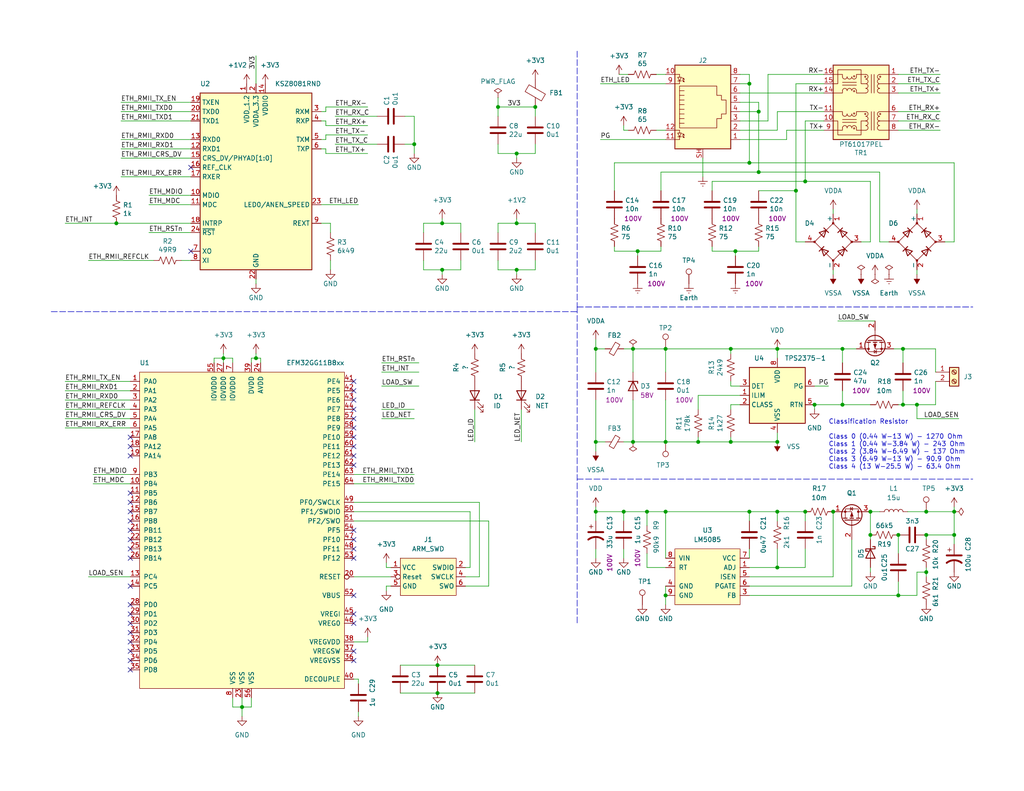
<source format=kicad_sch>
(kicad_sch (version 20211123) (generator eeschema)
  (paper "A")
  (title_block (title "Gated Passthrough"))
  (junction (at 119.38 189.23))
  (junction (at 219.71 49.53))
  (junction (at 199.39 95.25))
  (junction (at 229.87 110.49))
  (junction (at 199.39 120.65))
  (junction (at 66.04 193.04))
  (junction (at 120.65 60.96))
  (junction (at 162.56 95.25))
  (junction (at 246.38 95.25))
  (junction (at 227.33 139.7))
  (junction (at 260.35 146.05))
  (junction (at 204.47 22.86))
  (junction (at 170.18 139.7))
  (junction (at 245.11 146.05))
  (junction (at 135.89 29.21))
  (junction (at 229.87 95.25))
  (junction (at 69.85 97.79))
  (junction (at 207.01 30.48))
  (junction (at 207.01 46.99))
  (junction (at 260.35 139.7))
  (junction (at 217.17 52.07))
  (junction (at 212.09 95.25))
  (junction (at 212.09 154.94))
  (junction (at 212.09 120.65))
  (junction (at 245.11 162.56))
  (junction (at 173.99 68.58))
  (junction (at 140.97 60.96))
  (junction (at 113.03 39.37))
  (junction (at 120.65 73.66))
  (junction (at 200.66 68.58))
  (junction (at 250.19 110.49))
  (junction (at 181.61 162.56))
  (junction (at 252.73 156.21))
  (junction (at 140.97 73.66))
  (junction (at 181.61 139.7))
  (junction (at 204.47 139.7))
  (junction (at 31.75 60.96))
  (junction (at 246.38 110.49))
  (junction (at 172.72 120.65))
  (junction (at 237.49 139.7))
  (junction (at 172.72 95.25))
  (junction (at 119.38 181.61))
  (junction (at 162.56 139.7))
  (junction (at 146.05 29.21))
  (junction (at 212.09 139.7))
  (junction (at 181.61 120.65))
  (junction (at 204.47 44.45))
  (junction (at 162.56 120.65))
  (junction (at 181.61 95.25))
  (junction (at 60.96 97.79))
  (junction (at 237.49 146.05))
  (junction (at 219.71 139.7))
  (junction (at 140.97 41.91))
  (junction (at 176.53 139.7))
  (junction (at 252.73 146.05))
  (junction (at 190.5 120.65))
  (junction (at 252.73 139.7))
  (junction (at 222.25 110.49))
  (no_connect (at 96.52 170.18))
  (no_connect (at 96.52 162.56))
  (no_connect (at 35.56 147.32))
  (no_connect (at 35.56 134.62))
  (no_connect (at 35.56 121.92))
  (no_connect (at 35.56 160.02))
  (no_connect (at 96.52 124.46))
  (no_connect (at 96.52 167.64))
  (no_connect (at 96.52 152.4))
  (no_connect (at 96.52 144.78))
  (no_connect (at 96.52 116.84))
  (no_connect (at 96.52 119.38))
  (no_connect (at 96.52 104.14))
  (no_connect (at 96.52 106.68))
  (no_connect (at 35.56 144.78))
  (no_connect (at 35.56 152.4))
  (no_connect (at 35.56 137.16))
  (no_connect (at 35.56 119.38))
  (no_connect (at 96.52 121.92))
  (no_connect (at 96.52 180.34))
  (no_connect (at 35.56 142.24))
  (no_connect (at 35.56 149.86))
  (no_connect (at 96.52 127))
  (no_connect (at 35.56 124.46))
  (no_connect (at 35.56 139.7))
  (no_connect (at 35.56 165.1))
  (no_connect (at 35.56 167.64))
  (no_connect (at 35.56 175.26))
  (no_connect (at 35.56 177.8))
  (no_connect (at 35.56 180.34))
  (no_connect (at 35.56 182.88))
  (no_connect (at 35.56 170.18))
  (no_connect (at 35.56 172.72))
  (no_connect (at 96.52 109.22))
  (no_connect (at 96.52 111.76))
  (no_connect (at 96.52 114.3))
  (no_connect (at 96.52 147.32))
  (no_connect (at 96.52 149.86))
  (no_connect (at 52.07 68.58))
  (no_connect (at 96.52 177.8))
  (no_connect (at 52.07 45.72))
  (wire (pts (xy 260.35 146.05) (xy 252.73 146.05)))
  (polyline (pts (xy 157.48 83.82) (xy 157.48 170.18)))
  (polyline (pts (xy 157.48 83.82) (xy 265.43 83.82)))
  (wire (pts (xy 113.03 39.37) (xy 113.03 41.91)))
  (wire (pts (xy 106.68 160.02) (xy 105.41 160.02)))
  (wire (pts (xy 212.09 95.25) (xy 212.09 97.79)))
  (wire (pts (xy 229.87 95.25) (xy 233.68 95.25)))
  (wire (pts (xy 222.25 110.49) (xy 222.25 111.76)))
  (wire (pts (xy 181.61 120.65) (xy 190.5 120.65)))
  (wire (pts (xy 173.99 68.58) (xy 173.99 69.85)))
  (wire (pts (xy 88.9 41.91) (xy 100.33 41.91)))
  (wire (pts (xy 214.63 35.56) (xy 224.79 35.56)))
  (wire (pts (xy 140.97 41.91) (xy 140.97 43.18)))
  (wire (pts (xy 40.64 53.34) (xy 52.07 53.34)))
  (wire (pts (xy 87.63 40.64) (xy 88.9 40.64)))
  (wire (pts (xy 88.9 34.29) (xy 100.33 34.29)))
  (wire (pts (xy 170.18 34.29) (xy 170.18 35.56)))
  (wire (pts (xy 176.53 151.13) (xy 176.53 154.94)))
  (wire (pts (xy 237.49 49.53) (xy 237.49 66.04)))
  (wire (pts (xy 113.03 31.75) (xy 113.03 39.37)))
  (wire (pts (xy 219.71 49.53) (xy 237.49 49.53)))
  (wire (pts (xy 181.61 139.7) (xy 204.47 139.7)))
  (wire (pts (xy 58.42 97.79) (xy 60.96 97.79)))
  (wire (pts (xy 17.78 116.84) (xy 35.56 116.84)))
  (wire (pts (xy 176.53 139.7) (xy 176.53 143.51)))
  (wire (pts (xy 90.17 73.66) (xy 90.17 71.12)))
  (wire (pts (xy 200.66 69.85) (xy 200.66 68.58)))
  (wire (pts (xy 133.35 142.24) (xy 133.35 160.02)))
  (wire (pts (xy 238.76 87.63) (xy 228.6 87.63)))
  (wire (pts (xy 25.4 129.54) (xy 35.56 129.54)))
  (wire (pts (xy 33.02 27.94) (xy 52.07 27.94)))
  (wire (pts (xy 243.84 95.25) (xy 246.38 95.25)))
  (wire (pts (xy 252.73 139.7) (xy 260.35 139.7)))
  (wire (pts (xy 96.52 142.24) (xy 133.35 142.24)))
  (wire (pts (xy 229.87 99.06) (xy 229.87 95.25)))
  (wire (pts (xy 17.78 109.22) (xy 35.56 109.22)))
  (wire (pts (xy 229.87 110.49) (xy 237.49 110.49)))
  (wire (pts (xy 24.13 71.12) (xy 41.91 71.12)))
  (wire (pts (xy 58.42 97.79) (xy 58.42 99.06)))
  (wire (pts (xy 129.54 189.23) (xy 119.38 189.23)))
  (wire (pts (xy 229.87 95.25) (xy 212.09 95.25)))
  (wire (pts (xy 217.17 22.86) (xy 217.17 52.07)))
  (wire (pts (xy 105.41 154.94) (xy 106.68 154.94)))
  (wire (pts (xy 245.11 25.4) (xy 256.54 25.4)))
  (wire (pts (xy 212.09 139.7) (xy 219.71 139.7)))
  (wire (pts (xy 96.52 132.08) (xy 113.03 132.08)))
  (wire (pts (xy 204.47 22.86) (xy 204.47 44.45)))
  (wire (pts (xy 113.03 111.76) (xy 104.14 111.76)))
  (wire (pts (xy 222.25 105.41) (xy 226.06 105.41)))
  (wire (pts (xy 250.19 162.56) (xy 245.11 162.56)))
  (wire (pts (xy 181.61 160.02) (xy 181.61 162.56)))
  (wire (pts (xy 245.11 20.32) (xy 256.54 20.32)))
  (wire (pts (xy 190.5 119.38) (xy 190.5 120.65)))
  (wire (pts (xy 179.07 20.32) (xy 181.61 20.32)))
  (wire (pts (xy 212.09 149.86) (xy 212.09 154.94)))
  (wire (pts (xy 40.64 63.5) (xy 52.07 63.5)))
  (wire (pts (xy 60.96 97.79) (xy 63.5 97.79)))
  (wire (pts (xy 120.65 59.69) (xy 120.65 60.96)))
  (wire (pts (xy 162.56 109.22) (xy 162.56 120.65)))
  (wire (pts (xy 109.22 189.23) (xy 119.38 189.23)))
  (wire (pts (xy 146.05 71.12) (xy 146.05 73.66)))
  (wire (pts (xy 181.61 152.4) (xy 181.61 139.7)))
  (wire (pts (xy 194.31 49.53) (xy 219.71 49.53)))
  (wire (pts (xy 104.14 105.41) (xy 114.3 105.41)))
  (wire (pts (xy 212.09 30.48) (xy 212.09 35.56)))
  (wire (pts (xy 190.5 107.95) (xy 190.5 111.76)))
  (wire (pts (xy 115.57 63.5) (xy 115.57 60.96)))
  (wire (pts (xy 181.61 101.6) (xy 181.61 95.25)))
  (wire (pts (xy 170.18 139.7) (xy 176.53 139.7)))
  (wire (pts (xy 237.49 146.05) (xy 237.49 147.32)))
  (wire (pts (xy 130.81 137.16) (xy 130.81 157.48)))
  (wire (pts (xy 190.5 120.65) (xy 199.39 120.65)))
  (wire (pts (xy 115.57 60.96) (xy 120.65 60.96)))
  (wire (pts (xy 88.9 30.48) (xy 87.63 30.48)))
  (wire (pts (xy 120.65 60.96) (xy 125.73 60.96)))
  (wire (pts (xy 17.78 60.96) (xy 31.75 60.96)))
  (wire (pts (xy 33.02 33.02) (xy 52.07 33.02)))
  (wire (pts (xy 130.81 157.48) (xy 127 157.48)))
  (wire (pts (xy 250.19 110.49) (xy 255.27 110.49)))
  (wire (pts (xy 194.31 52.07) (xy 194.31 49.53)))
  (wire (pts (xy 250.19 74.93) (xy 250.19 73.66)))
  (wire (pts (xy 204.47 154.94) (xy 212.09 154.94)))
  (wire (pts (xy 207.01 30.48) (xy 207.01 46.99)))
  (wire (pts (xy 181.61 95.25) (xy 199.39 95.25)))
  (wire (pts (xy 163.83 38.1) (xy 181.61 38.1)))
  (wire (pts (xy 204.47 22.86) (xy 204.47 20.32)))
  (wire (pts (xy 87.63 60.96) (xy 90.17 60.96)))
  (wire (pts (xy 201.93 27.94) (xy 207.01 27.94)))
  (wire (pts (xy 135.89 63.5) (xy 135.89 60.96)))
  (wire (pts (xy 69.85 77.47) (xy 69.85 76.2)))
  (wire (pts (xy 110.49 31.75) (xy 113.03 31.75)))
  (wire (pts (xy 227.33 58.42) (xy 227.33 57.15)))
  (wire (pts (xy 245.11 158.75) (xy 245.11 162.56)))
  (wire (pts (xy 96.52 129.54) (xy 113.03 129.54)))
  (wire (pts (xy 245.11 110.49) (xy 246.38 110.49)))
  (wire (pts (xy 200.66 68.58) (xy 207.01 68.58)))
  (wire (pts (xy 199.39 120.65) (xy 212.09 120.65)))
  (wire (pts (xy 146.05 60.96) (xy 146.05 63.5)))
  (wire (pts (xy 199.39 95.25) (xy 199.39 96.52)))
  (wire (pts (xy 167.64 67.31) (xy 167.64 68.58)))
  (wire (pts (xy 180.34 46.99) (xy 180.34 52.07)))
  (wire (pts (xy 71.12 97.79) (xy 71.12 99.06)))
  (wire (pts (xy 252.73 147.32) (xy 252.73 146.05)))
  (wire (pts (xy 181.61 162.56) (xy 181.61 165.1)))
  (wire (pts (xy 176.53 139.7) (xy 181.61 139.7)))
  (wire (pts (xy 128.27 154.94) (xy 127 154.94)))
  (wire (pts (xy 199.39 110.49) (xy 201.93 110.49)))
  (wire (pts (xy 162.56 138.43) (xy 162.56 139.7)))
  (wire (pts (xy 128.27 139.7) (xy 128.27 154.94)))
  (wire (pts (xy 129.54 111.76) (xy 129.54 120.65)))
  (wire (pts (xy 69.85 96.52) (xy 69.85 97.79)))
  (wire (pts (xy 97.79 194.31) (xy 97.79 195.58)))
  (wire (pts (xy 204.47 152.4) (xy 204.47 149.86)))
  (wire (pts (xy 162.56 139.7) (xy 170.18 139.7)))
  (wire (pts (xy 167.64 44.45) (xy 204.47 44.45)))
  (wire (pts (xy 146.05 41.91) (xy 146.05 39.37)))
  (wire (pts (xy 252.73 154.94) (xy 252.73 156.21)))
  (wire (pts (xy 209.55 33.02) (xy 209.55 20.32)))
  (wire (pts (xy 165.1 120.65) (xy 162.56 120.65)))
  (wire (pts (xy 201.93 35.56) (xy 212.09 35.56)))
  (wire (pts (xy 31.75 60.96) (xy 52.07 60.96)))
  (wire (pts (xy 17.78 106.68) (xy 35.56 106.68)))
  (wire (pts (xy 181.61 120.65) (xy 172.72 120.65)))
  (wire (pts (xy 194.31 68.58) (xy 200.66 68.58)))
  (wire (pts (xy 97.79 185.42) (xy 97.79 186.69)))
  (wire (pts (xy 104.14 99.06) (xy 114.3 99.06)))
  (wire (pts (xy 66.04 193.04) (xy 66.04 195.58)))
  (wire (pts (xy 255.27 101.6) (xy 255.27 95.25)))
  (wire (pts (xy 217.17 22.86) (xy 224.79 22.86)))
  (wire (pts (xy 180.34 46.99) (xy 207.01 46.99)))
  (wire (pts (xy 250.19 114.3) (xy 250.19 110.49)))
  (wire (pts (xy 179.07 35.56) (xy 181.61 35.56)))
  (wire (pts (xy 162.56 95.25) (xy 162.56 92.71)))
  (wire (pts (xy 105.41 160.02) (xy 105.41 161.29)))
  (wire (pts (xy 255.27 110.49) (xy 255.27 104.14)))
  (wire (pts (xy 207.01 27.94) (xy 207.01 30.48)))
  (wire (pts (xy 142.24 111.76) (xy 142.24 120.65)))
  (polyline (pts (xy 157.48 130.81) (xy 265.43 130.81)))
  (wire (pts (xy 167.64 44.45) (xy 167.64 52.07)))
  (wire (pts (xy 204.47 139.7) (xy 212.09 139.7)))
  (wire (pts (xy 199.39 105.41) (xy 201.93 105.41)))
  (wire (pts (xy 68.58 97.79) (xy 69.85 97.79)))
  (wire (pts (xy 88.9 36.83) (xy 100.33 36.83)))
  (wire (pts (xy 167.64 68.58) (xy 173.99 68.58)))
  (wire (pts (xy 135.89 73.66) (xy 135.89 71.12)))
  (wire (pts (xy 229.87 106.68) (xy 229.87 110.49)))
  (wire (pts (xy 170.18 149.86) (xy 170.18 152.4)))
  (wire (pts (xy 234.95 66.04) (xy 237.49 66.04)))
  (wire (pts (xy 17.78 111.76) (xy 35.56 111.76)))
  (wire (pts (xy 135.89 60.96) (xy 140.97 60.96)))
  (wire (pts (xy 162.56 149.86) (xy 162.56 152.4)))
  (wire (pts (xy 173.99 68.58) (xy 180.34 68.58)))
  (wire (pts (xy 140.97 59.69) (xy 140.97 60.96)))
  (wire (pts (xy 91.44 31.75) (xy 102.87 31.75)))
  (wire (pts (xy 129.54 181.61) (xy 119.38 181.61)))
  (wire (pts (xy 96.52 139.7) (xy 128.27 139.7)))
  (wire (pts (xy 163.83 22.86) (xy 181.61 22.86)))
  (wire (pts (xy 100.33 175.26) (xy 100.33 173.99)))
  (wire (pts (xy 201.93 33.02) (xy 209.55 33.02)))
  (wire (pts (xy 162.56 142.24) (xy 162.56 139.7)))
  (wire (pts (xy 191.77 48.26) (xy 191.77 43.18)))
  (wire (pts (xy 162.56 95.25) (xy 162.56 101.6)))
  (polyline (pts (xy 13.97 85.09) (xy 157.48 85.09)))
  (wire (pts (xy 245.11 22.86) (xy 256.54 22.86)))
  (wire (pts (xy 140.97 74.93) (xy 140.97 73.66)))
  (wire (pts (xy 120.65 73.66) (xy 125.73 73.66)))
  (wire (pts (xy 135.89 41.91) (xy 140.97 41.91)))
  (wire (pts (xy 201.93 25.4) (xy 224.79 25.4)))
  (wire (pts (xy 204.47 142.24) (xy 204.47 139.7)))
  (wire (pts (xy 140.97 60.96) (xy 146.05 60.96)))
  (wire (pts (xy 207.01 30.48) (xy 201.93 30.48)))
  (wire (pts (xy 135.89 29.21) (xy 135.89 26.67)))
  (wire (pts (xy 49.53 71.12) (xy 52.07 71.12)))
  (wire (pts (xy 91.44 39.37) (xy 102.87 39.37)))
  (wire (pts (xy 172.72 101.6) (xy 172.72 95.25)))
  (wire (pts (xy 88.9 34.29) (xy 88.9 33.02)))
  (wire (pts (xy 96.52 157.48) (xy 106.68 157.48)))
  (wire (pts (xy 88.9 38.1) (xy 87.63 38.1)))
  (wire (pts (xy 199.39 110.49) (xy 199.39 111.76)))
  (wire (pts (xy 204.47 157.48) (xy 227.33 157.48)))
  (wire (pts (xy 245.11 35.56) (xy 256.54 35.56)))
  (wire (pts (xy 214.63 38.1) (xy 214.63 35.56)))
  (wire (pts (xy 212.09 30.48) (xy 224.79 30.48)))
  (wire (pts (xy 120.65 73.66) (xy 120.65 74.93)))
  (wire (pts (xy 88.9 33.02) (xy 87.63 33.02)))
  (wire (pts (xy 227.33 157.48) (xy 227.33 139.7)))
  (wire (pts (xy 114.3 101.6) (xy 104.14 101.6)))
  (wire (pts (xy 246.38 95.25) (xy 246.38 99.06)))
  (wire (pts (xy 261.62 114.3) (xy 250.19 114.3)))
  (wire (pts (xy 217.17 52.07) (xy 217.17 66.04)))
  (wire (pts (xy 88.9 40.64) (xy 88.9 41.91)))
  (wire (pts (xy 245.11 30.48) (xy 256.54 30.48)))
  (wire (pts (xy 212.09 120.65) (xy 212.09 118.11)))
  (wire (pts (xy 204.47 160.02) (xy 232.41 160.02)))
  (wire (pts (xy 242.57 66.04) (xy 240.03 66.04)))
  (wire (pts (xy 88.9 36.83) (xy 88.9 38.1)))
  (wire (pts (xy 33.02 30.48) (xy 52.07 30.48)))
  (wire (pts (xy 140.97 73.66) (xy 135.89 73.66)))
  (wire (pts (xy 237.49 139.7) (xy 237.49 146.05)))
  (wire (pts (xy 199.39 119.38) (xy 199.39 120.65)))
  (wire (pts (xy 219.71 149.86) (xy 219.71 154.94)))
  (wire (pts (xy 33.02 40.64) (xy 52.07 40.64)))
  (wire (pts (xy 146.05 29.21) (xy 146.05 31.75)))
  (wire (pts (xy 250.19 58.42) (xy 250.19 57.15)))
  (wire (pts (xy 250.19 110.49) (xy 246.38 110.49)))
  (wire (pts (xy 212.09 154.94) (xy 219.71 154.94)))
  (wire (pts (xy 212.09 139.7) (xy 212.09 142.24)))
  (wire (pts (xy 172.72 120.65) (xy 170.18 120.65)))
  (wire (pts (xy 257.81 66.04) (xy 260.35 66.04)))
  (wire (pts (xy 68.58 99.06) (xy 68.58 97.79)))
  (wire (pts (xy 135.89 31.75) (xy 135.89 29.21)))
  (wire (pts (xy 219.71 33.02) (xy 224.79 33.02)))
  (wire (pts (xy 96.52 137.16) (xy 130.81 137.16)))
  (wire (pts (xy 247.65 139.7) (xy 252.73 139.7)))
  (wire (pts (xy 110.49 39.37) (xy 113.03 39.37)))
  (wire (pts (xy 219.71 66.04) (xy 217.17 66.04)))
  (wire (pts (xy 140.97 41.91) (xy 146.05 41.91)))
  (wire (pts (xy 17.78 104.14) (xy 35.56 104.14)))
  (wire (pts (xy 199.39 95.25) (xy 212.09 95.25)))
  (wire (pts (xy 24.13 157.48) (xy 35.56 157.48)))
  (wire (pts (xy 204.47 20.32) (xy 201.93 20.32)))
  (wire (pts (xy 33.02 38.1) (xy 52.07 38.1)))
  (wire (pts (xy 87.63 55.88) (xy 97.79 55.88)))
  (wire (pts (xy 260.35 44.45) (xy 260.35 66.04)))
  (wire (pts (xy 246.38 106.68) (xy 246.38 110.49)))
  (wire (pts (xy 222.25 110.49) (xy 229.87 110.49)))
  (wire (pts (xy 260.35 138.43) (xy 260.35 139.7)))
  (wire (pts (xy 194.31 67.31) (xy 194.31 68.58)))
  (wire (pts (xy 90.17 60.96) (xy 90.17 63.5)))
  (wire (pts (xy 219.71 33.02) (xy 219.71 49.53)))
  (wire (pts (xy 60.96 99.06) (xy 60.96 97.79)))
  (wire (pts (xy 207.01 52.07) (xy 217.17 52.07)))
  (wire (pts (xy 180.34 68.58) (xy 180.34 67.31)))
  (wire (pts (xy 105.41 153.67) (xy 105.41 154.94)))
  (wire (pts (xy 125.73 60.96) (xy 125.73 63.5)))
  (wire (pts (xy 146.05 73.66) (xy 140.97 73.66)))
  (wire (pts (xy 240.03 66.04) (xy 240.03 46.99)))
  (wire (pts (xy 172.72 109.22) (xy 172.72 120.65)))
  (polyline (pts (xy 157.48 83.82) (xy 265.43 83.82)))
  (wire (pts (xy 260.35 148.59) (xy 260.35 146.05)))
  (wire (pts (xy 63.5 99.06) (xy 63.5 97.79)))
  (polyline (pts (xy 157.48 13.97) (xy 157.48 83.82)))
  (wire (pts (xy 219.71 139.7) (xy 219.71 142.24)))
  (wire (pts (xy 33.02 43.18) (xy 52.07 43.18)))
  (wire (pts (xy 245.11 146.05) (xy 245.11 151.13)))
  (wire (pts (xy 245.11 162.56) (xy 204.47 162.56)))
  (wire (pts (xy 250.19 156.21) (xy 250.19 162.56)))
  (wire (pts (xy 181.61 109.22) (xy 181.61 120.65)))
  (wire (pts (xy 133.35 160.02) (xy 127 160.02)))
  (wire (pts (xy 66.04 193.04) (xy 68.58 193.04)))
  (wire (pts (xy 63.5 193.04) (xy 66.04 193.04)))
  (wire (pts (xy 207.01 46.99) (xy 240.03 46.99)))
  (wire (pts (xy 135.89 29.21) (xy 146.05 29.21)))
  (wire (pts (xy 252.73 156.21) (xy 250.19 156.21)))
  (wire (pts (xy 17.78 114.3) (xy 35.56 114.3)))
  (wire (pts (xy 199.39 104.14) (xy 199.39 105.41)))
  (wire (pts (xy 227.33 74.93) (xy 227.33 73.66)))
  (wire (pts (xy 246.38 95.25) (xy 255.27 95.25)))
  (wire (pts (xy 232.41 160.02) (xy 232.41 147.32)))
  (wire (pts (xy 245.11 33.02) (xy 256.54 33.02)))
  (wire (pts (xy 162.56 95.25) (xy 165.1 95.25)))
  (wire (pts (xy 201.93 38.1) (xy 214.63 38.1)))
  (wire (pts (xy 172.72 95.25) (xy 181.61 95.25)))
  (wire (pts (xy 63.5 190.5) (xy 63.5 193.04)))
  (wire (pts (xy 115.57 73.66) (xy 120.65 73.66)))
  (wire (pts (xy 60.96 96.52) (xy 60.96 97.79)))
  (wire (pts (xy 168.91 20.32) (xy 171.45 20.32)))
  (wire (pts (xy 176.53 154.94) (xy 181.61 154.94)))
  (wire (pts (xy 68.58 190.5) (xy 68.58 193.04)))
  (wire (pts (xy 162.56 123.19) (xy 162.56 120.65)))
  (wire (pts (xy 88.9 29.21) (xy 100.33 29.21)))
  (wire (pts (xy 69.85 97.79) (xy 71.12 97.79)))
  (wire (pts (xy 109.22 181.61) (xy 119.38 181.61)))
  (wire (pts (xy 115.57 71.12) (xy 115.57 73.66)))
  (wire (pts (xy 201.93 22.86) (xy 204.47 22.86)))
  (wire (pts (xy 207.01 68.58) (xy 207.01 67.31)))
  (wire (pts (xy 170.18 139.7) (xy 170.18 142.24)))
  (wire (pts (xy 237.49 139.7) (xy 240.03 139.7)))
  (wire (pts (xy 170.18 95.25) (xy 172.72 95.25)))
  (wire (pts (xy 40.64 55.88) (xy 52.07 55.88)))
  (wire (pts (xy 204.47 44.45) (xy 260.35 44.45)))
  (wire (pts (xy 96.52 175.26) (xy 100.33 175.26)))
  (wire (pts (xy 237.49 154.94) (xy 237.49 156.21)))
  (wire (pts (xy 25.4 132.08) (xy 35.56 132.08)))
  (wire (pts (xy 96.52 185.42) (xy 97.79 185.42)))
  (wire (pts (xy 113.03 114.3) (xy 104.14 114.3)))
  (wire (pts (xy 66.04 190.5) (xy 66.04 193.04)))
  (wire (pts (xy 260.35 139.7) (xy 260.35 146.05)))
  (wire (pts (xy 33.02 48.26) (xy 52.07 48.26)))
  (wire (pts (xy 69.85 15.24) (xy 69.85 22.86)))
  (wire (pts (xy 125.73 73.66) (xy 125.73 71.12)))
  (wire (pts (xy 170.18 35.56) (xy 171.45 35.56)))
  (wire (pts (xy 209.55 20.32) (xy 224.79 20.32)))
  (wire (pts (xy 201.93 107.95) (xy 190.5 107.95)))
  (wire (pts (xy 88.9 29.21) (xy 88.9 30.48)))
  (wire (pts (xy 252.73 157.48) (xy 252.73 156.21)))
  (wire (pts (xy 135.89 39.37) (xy 135.89 41.91)))
  (text "Classification Resistor\n\nClass 0 (0.44 W-13 W) - 1270 Ohm\nClass 1 (0.44 W-3.84 W) - 243 Ohm\nClass 2 (3.84 W-6.49 W) - 137 Ohm\nClass 3 (6.49 W-13 W) - 90.9 Ohm\nClass 4 (13 W-25.5 W) - 63.4 Ohm" (at 226.06 128.27 0) (effects (font (size 1.27 1.27)) (justify left bottom)))
  (label "ETH_RMII_TXD0" (at 33.02 30.48 0))
  (label "ETH_MDIO" (at 40.64 53.34 0))
  (label "ETH_RMII_RXD1" (at 17.78 106.68 0))
  (label "LED_NET" (at 104.14 114.3 0))
  (label "ETH_TX_C" (at 256.54 22.86 180))
  (label "LED_ID" (at 129.54 120.65 90))
  (label "ETH_RMII_TX_EN" (at 17.78 104.14 0))
  (label "ETH_MDIO" (at 25.4 129.54 0))
  (label "ETH_RMII_TXD0" (at 113.03 132.08 180))
  (label "LED_ID" (at 104.14 111.76 0))
  (label "LOAD_SW" (at 104.14 105.41 0))
  (label "ETH_RMII_TXD1" (at 33.02 33.02 0))
  (label "ETH_TX+" (at 91.44 41.91 0))
  (label "ETH_INT" (at 17.78 60.96 0))
  (label "LOAD_SEN" (at 24.13 157.48 0))
  (label "ETH_RMII_TXD1" (at 113.03 129.54 180))
  (label "LOAD_SW" (at 228.6 87.63 0))
  (label "ETH_MDC" (at 25.4 132.08 0))
  (label "PG" (at 163.83 38.1 0))
  (label "ETH_RX-" (at 256.54 35.56 180))
  (label "ETH_RX_C" (at 91.44 31.75 0))
  (label "ETH_RMII_REFCLK" (at 24.13 71.12 0))
  (label "TX+" (at 224.79 35.56 180))
  (label "LOAD_SEN" (at 261.62 114.3 180))
  (label "ETH_LED" (at 163.83 22.86 0))
  (label "3V3" (at 69.85 15.24 270))
  (label "ETH_RMII_RX_ERR" (at 17.78 116.84 0))
  (label "ETH_RSTn" (at 40.64 63.5 0))
  (label "ETH_TX_C" (at 91.44 39.37 0))
  (label "ETH_MDC" (at 40.64 55.88 0))
  (label "ETH_RMII_CRS_DV" (at 17.78 114.3 0))
  (label "ETH_RX_C" (at 256.54 33.02 180))
  (label "ETH_RMII_RXD1" (at 33.02 40.64 0))
  (label "RX-" (at 224.79 20.32 180))
  (label "ETH_RX+" (at 91.44 34.29 0))
  (label "ETH_RMII_REFCLK" (at 17.78 111.76 0))
  (label "ETH_RMII_CRS_DV" (at 33.02 43.18 0))
  (label "PG" (at 226.06 105.41 180))
  (label "LED_NET" (at 142.24 120.65 90))
  (label "TX-" (at 224.79 30.48 180))
  (label "ETH_RMII_TX_EN" (at 33.02 27.94 0))
  (label "ETH_INT" (at 104.14 101.6 0))
  (label "ETH_TX-" (at 256.54 20.32 180))
  (label "ETH_RX+" (at 256.54 30.48 180))
  (label "ETH_RMII_RXD0" (at 17.78 109.22 0))
  (label "ETH_RMII_RX_ERR" (at 33.02 48.26 0))
  (label "ETH_RMII_RXD0" (at 33.02 38.1 0))
  (label "RX+" (at 224.79 25.4 180))
  (label "ETH_LED" (at 97.79 55.88 180))
  (label "ETH_RX-" (at 91.44 29.21 0))
  (label "3V3" (at 138.43 29.21 0))
  (label "ETH_TX+" (at 256.54 25.4 180))
  (label "ETH_RSTn" (at 104.14 99.06 0))
  (label "ETH_TX-" (at 91.44 36.83 0))
  (symbol (lib_id "power:GND") (at 90.17 73.66 0) (unit 1)
    (property "Reference" "#PWR08" (effects hide))
    (property "Value" "GND" (at 90.17 77.47 0))
  )
  (symbol (lib_id "power:VDDA") (at 238.76 74.93 0) (unit 1)
    (property "Reference" "#PWR042" (effects hide))
    (property "Value" "VDDA" (at 238.76 69.85 0))
  )
  (symbol (lib_id "power:VDD") (at 212.09 95.25 0) (unit 1)
    (property "Reference" "#PWR035" (effects hide))
    (property "Value" "VDD" (at 212.09 90.17 0))
  )
  (symbol (lib_id "Device:FerriteBead_Small") (at 167.64 120.65 270) (unit 1)
    (property "Reference" "FB3" (at 167.64 116.967 90))
    (property "Value" "Ferrite_Bead_Small" (effects hide))
  )
  (symbol (lib_id "power:GND") (at 66.04 195.58 0) (unit 1)
    (property "Reference" "#PWR03" (effects hide))
    (property "Value" "GND" (at 66.04 200.66 0))
  )
  (symbol (lib_id "Device:C") (at 129.54 185.42 0) (unit 1)
    (property "Reference" "C7" (at 132.461 184.2516 0) (effects (justify left)))
    (property "Value" "0u1" (at 132.461 186.563 0) (effects (justify left)))
  )
  (symbol (lib_id "power:Earth") (at 242.57 74.93 0) (unit 1)
    (property "Reference" "#PWR043" (effects hide))
    (property "Value" "Earth" (at 242.57 80.01 0))
  )
  (symbol (lib_id "Device:C") (at 204.47 146.05 0) (unit 1)
    (property "Reference" "C21" (at 208.28 144.78 90) (effects (justify left)))
    (property "Value" "0u47" (at 208.28 151.13 90) (effects (justify left)))
    (property "Footprint" "Capacitor_SMD:C_0603_1608Metric_Pad1.08x0.95mm_HandSolder" (effects hide))
  )
  (symbol (lib_id "Device:R_US") (at 194.31 63.5 0) (unit 1)
    (property "Reference" "R12" (at 196.088 62.3316 0) (effects (justify left)))
    (property "Value" "75" (at 196.088 64.643 0) (effects (justify left)))
    (property "Footprint" "Resistor_SMD:R_0603_1608Metric_Pad0.98x0.95mm_HandSolder" (effects hide))
  )
  (symbol (lib_id "Connector:TestPoint") (at 252.73 139.7 0) (unit 1)
    (property "Reference" "TP5" (at 255.27 133.35 0) (effects (justify right)))
    (property "Value" "GND" (effects hide))
    (property "Footprint" "TestPoint:TestPoint_Loop_D1.80mm_Drill1.0mm_Beaded" (effects hide))
  )
  (symbol (lib_id "Connector:TestPoint") (at 181.61 120.65 180) (unit 1)
    (property "Reference" "TP3" (at 179.07 127 0) (effects (justify right)))
    (property "Value" "12V" (effects hide))
    (property "Footprint" "TestPoint:TestPoint_Loop_D1.80mm_Drill1.0mm_Beaded" (effects hide))
  )
  (symbol (lib_id "Device:LED") (at 142.24 107.95 90) (unit 1)
    (property "Reference" "D2" (at 146.05 108.2674 90) (effects (justify right)))
    (property "Value" "NET" (at 146.05 110.8074 90) (effects (justify right)))
    (property "Footprint" "LED_THT:LED_D4.0mm" (effects hide))
  )
  (symbol (lib_id "Connector:TestPoint") (at 187.96 77.47 0) (unit 1)
    (property "Reference" "TP4" (at 187.96 71.12 0))
    (property "Value" "EARTH" (effects hide))
    (property "Footprint" "TestPoint:TestPoint_Loop_D1.80mm_Drill1.0mm_Beaded" (effects hide))
  )
  (symbol (lib_id "Device:C") (at 106.68 39.37 90) (mirror x) (unit 1)
    (property "Reference" "C2" (at 105.5116 42.291 0) (effects (justify left)))
    (property "Value" "0u1" (at 107.823 42.291 0) (effects (justify left)))
  )
  (symbol (lib_id "Device:D_Schottky") (at 237.49 151.13 270) (unit 1)
    (property "Reference" "D5" (at 234.95 151.13 0))
    (property "Value" "D_Schottky" (effects hide))
  )
  (symbol (lib_id "Device:C") (at 207.01 55.88 0) (unit 1)
    (property "Reference" "C22" (at 209.931 54.7116 0) (effects (justify left)))
    (property "Value" "10n" (at 209.931 57.023 0) (effects (justify left)))
    (property "Footprint" "Capacitor_SMD:C_0603_1608Metric_Pad1.08x0.95mm_HandSolder" (effects hide))
    (property "Voltage" "100V" (at 212.09 59.69 0))
  )
  (symbol (lib_id "power:GND") (at 119.38 189.23 0) (unit 1)
    (property "Reference" "#PWR013" (effects hide))
    (property "Value" "GND" (at 119.38 193.04 0))
  )
  (symbol (lib_id "power:+3V3") (at 129.54 96.52 0) (unit 1)
    (property "Reference" "#PWR016" (effects hide))
    (property "Value" "+3V3" (at 129.54 91.44 0))
  )
  (symbol (lib_id "Transformer:PT61017PEL") (at 234.95 27.94 180) (unit 1)
    (property "Reference" "TR1" (at 234.95 41.7068 0))
    (property "Value" "PT61017PEL" (at 234.95 39.3954 0))
    (property "Footprint" "common:PT61017PEL" (effects hide))
    (property "Datasheet" "https://www.bourns.com/docs/Product-Datasheets/PT61017PEL.pdf" (effects hide))
  )
  (symbol (lib_id "power:GND") (at 260.35 156.21 0) (unit 1)
    (property "Reference" "#PWR048" (effects hide))
    (property "Value" "GND" (at 260.35 160.02 0))
  )
  (symbol (lib_id "Connector:Screw_Terminal_01x02") (at 260.35 101.6 0) (unit 1)
    (property "Reference" "J3" (at 262.89 102.8699 0) (effects (justify left)))
    (property "Value" "Screw_Terminal_01x02" (effects hide))
    (property "Footprint" "common:Phoenix_1935161" (effects hide))
  )
  (symbol (lib_id "Device:C") (at 200.66 73.66 0) (unit 1)
    (property "Reference" "C20" (at 203.581 72.4916 0) (effects (justify left)))
    (property "Value" "1n" (at 203.581 74.803 0) (effects (justify left)))
    (property "Footprint" "Capacitor_SMD:C_0603_1608Metric_Pad1.08x0.95mm_HandSolder" (effects hide))
    (property "Voltage" "100V" (at 205.74 77.47 0))
  )
  (symbol (lib_id "Device:C") (at 146.05 35.56 0) (unit 1)
    (property "Reference" "C10" (at 148.971 34.3916 0) (effects (justify left)))
    (property "Value" "0u1" (at 148.971 36.703 0) (effects (justify left)))
  )
  (symbol (lib_id "Device:R_US") (at 167.64 63.5 0) (unit 1)
    (property "Reference" "R6" (at 169.418 62.3316 0) (effects (justify left)))
    (property "Value" "75" (at 169.418 64.643 0) (effects (justify left)))
    (property "Footprint" "Resistor_SMD:R_0603_1608Metric_Pad0.98x0.95mm_HandSolder" (effects hide))
  )
  (symbol (lib_id "Device:C") (at 248.92 146.05 270) (unit 1)
    (property "Reference" "C27" (at 248.92 149.86 90))
    (property "Value" "3n3" (at 248.92 142.24 90))
  )
  (symbol (lib_id "Device:R_US") (at 241.3 110.49 90) (unit 1)
    (property "Reference" "R18" (at 241.3 104.14 90))
    (property "Value" "10m" (at 241.3 106.68 90))
  )
  (symbol (lib_id "Device:FerriteBead") (at 146.05 25.4 0) (unit 1)
    (property "Reference" "FB1" (at 149.86 25.3491 0) (effects (justify left)))
    (property "Value" "FerriteBead" (effects hide))
  )
  (symbol (lib_id "power:GND") (at 162.56 152.4 0) (unit 1)
    (property "Reference" "#PWR025" (effects hide))
    (property "Value" "GND" (at 162.56 156.21 0))
  )
  (symbol (lib_id "Device:C") (at 109.22 185.42 0) (unit 1)
    (property "Reference" "C3" (at 112.141 184.2516 0) (effects (justify left)))
    (property "Value" "22u" (at 112.141 186.563 0) (effects (justify left)))
  )
  (symbol (lib_id "Device:C") (at 146.05 67.31 0) (unit 1)
    (property "Reference" "C11" (at 148.971 66.1416 0) (effects (justify left)))
    (property "Value" "0u1" (at 148.971 68.453 0) (effects (justify left)))
  )
  (symbol (lib_id "power:VSSA") (at 250.19 74.93 180) (unit 1)
    (property "Reference" "#PWR045" (effects hide))
    (property "Value" "VSSA" (at 250.19 80.01 0))
  )
  (symbol (lib_id "power:+3V3") (at 170.18 34.29 0) (unit 1)
    (property "Reference" "#PWR027" (effects hide))
    (property "Value" "+3V3" (at 170.18 29.21 0))
  )
  (symbol (lib_id "Device:C") (at 245.11 154.94 180) (unit 1)
    (property "Reference" "C25" (at 241.3 151.13 90) (effects (justify left)))
    (property "Value" "0u1" (at 241.3 154.94 90) (effects (justify left)))
  )
  (symbol (lib_id "Device:C") (at 119.38 185.42 0) (unit 1)
    (property "Reference" "C5" (at 122.301 184.2516 0) (effects (justify left)))
    (property "Value" "0u1" (at 122.301 186.563 0) (effects (justify left)))
  )
  (symbol (lib_id "Device:Q_PMOS_SGD") (at 232.41 142.24 270) (mirror x) (unit 1)
    (property "Reference" "Q1" (at 232.41 134.62 90))
    (property "Value" "Q_PMOS_DGS" (effects hide))
  )
  (symbol (lib_id "Device:R_US") (at 31.75 57.15 0) (unit 1)
    (property "Reference" "R1" (at 33.528 55.9816 0) (effects (justify left)))
    (property "Value" "1k" (at 33.528 58.293 0) (effects (justify left)))
  )
  (symbol (lib_id "power:+3V3") (at 119.38 181.61 0) (unit 1)
    (property "Reference" "#PWR012" (effects hide))
    (property "Value" "+3V3" (at 119.38 176.53 0))
  )
  (symbol (lib_id "Device:C_Polarized_US") (at 260.35 152.4 0) (unit 1)
    (property "Reference" "C28" (at 264.16 150.4949 90) (effects (justify left)))
    (property "Value" "100u" (at 264.16 156.21 90) (effects (justify left)))
  )
  (symbol (lib_id "power:VSS") (at 212.09 120.65 180) (unit 1)
    (property "Reference" "#PWR036" (effects hide))
    (property "Value" "VSS" (at 214.63 121.9199 0) (effects (justify right)))
  )
  (symbol (lib_id "power:PWR_FLAG") (at 172.72 95.25 0) (unit 1)
    (property "Reference" "#FLG02" (effects hide))
    (property "Value" "PWR_FLAG" (effects hide))
  )
  (symbol (lib_id "Device:R_US") (at 45.72 71.12 270) (unit 1)
    (property "Reference" "R2" (at 45.72 65.8622 90))
    (property "Value" "49R9" (at 45.72 68.1736 90))
  )
  (symbol (lib_id "power:PWR_FLAG") (at 172.72 120.65 180) (unit 1)
    (property "Reference" "#FLG03" (effects hide))
    (property "Value" "PWR_FLAG" (effects hide))
  )
  (symbol (lib_id "Device:C") (at 229.87 102.87 0) (unit 1)
    (property "Reference" "C24" (at 232.791 101.7016 0) (effects (justify left)))
    (property "Value" "47u" (at 232.791 104.013 0) (effects (justify left)))
    (property "Voltage" "100V" (at 234.95 106.68 0))
  )
  (symbol (lib_id "Device:C") (at 219.71 146.05 180) (unit 1)
    (property "Reference" "C23" (at 223.52 144.7799 90) (effects (justify right)))
    (property "Value" "1n" (at 223.52 148.59 90) (effects (justify right)))
  )
  (symbol (lib_id "Device:R_US") (at 90.17 67.31 0) (unit 1)
    (property "Reference" "R3" (at 91.948 66.1416 0) (effects (justify left)))
    (property "Value" "6k49" (at 91.948 68.453 0) (effects (justify left)))
  )
  (symbol (lib_id "Device:R_US") (at 241.3 146.05 270) (unit 1)
    (property "Reference" "R19" (at 241.3 148.59 90))
    (property "Value" "66k5" (at 241.3 143.51 90))
  )
  (symbol (lib_id "power:+3V3") (at 69.85 96.52 0) (unit 1)
    (property "Reference" "#PWR06" (effects hide))
    (property "Value" "+3V3" (at 69.85 91.44 0))
  )
  (symbol (lib_id "power:GND") (at 97.79 195.58 0) (unit 1)
    (property "Reference" "#PWR049" (effects hide))
    (property "Value" "GND" (at 97.79 200.66 0))
  )
  (symbol (lib_id "power:+1V2") (at 67.31 22.86 0) (unit 1)
    (property "Reference" "#PWR04" (effects hide))
    (property "Value" "+1V2" (at 64.77 17.78 0))
  )
  (symbol (lib_id "power:VDDA") (at 162.56 92.71 0) (unit 1)
    (property "Reference" "#PWR022" (effects hide))
    (property "Value" "VDDA" (at 162.56 87.63 0))
  )
  (symbol (lib_id "power:+3V3") (at 120.65 59.69 0) (unit 1)
    (property "Reference" "#PWR014" (effects hide))
    (property "Value" "+3V3" (at 120.65 54.61 0))
  )
  (symbol (lib_id "Device:R_US") (at 212.09 146.05 180) (unit 1)
    (property "Reference" "R16" (at 214.63 144.7799 90) (effects (justify right)))
    (property "Value" "2k1" (at 214.63 149.86 90) (effects (justify right)))
  )
  (symbol (lib_id "Device:R_US") (at 180.34 63.5 0) (unit 1)
    (property "Reference" "R10" (at 182.118 62.3316 0) (effects (justify left)))
    (property "Value" "75" (at 182.118 64.643 0) (effects (justify left)))
    (property "Footprint" "Resistor_SMD:R_0603_1608Metric_Pad0.98x0.95mm_HandSolder" (effects hide))
  )
  (symbol (lib_id "power:+3V3") (at 105.41 153.67 0) (unit 1)
    (property "Reference" "#PWR09" (effects hide))
    (property "Value" "+3V3" (at 105.41 148.59 0))
  )
  (symbol (lib_id "Device:C_Polarized_US") (at 162.56 146.05 0) (unit 1)
    (property "Reference" "C13" (at 166.37 144.78 90) (effects (justify left)))
    (property "Value" "33u" (at 166.37 149.86 90) (effects (justify left)))
    (property "Footprint" "Capacitor_SMD:CP_Elec_10x10" (effects hide))
    (property "Voltage" "100V" (at 166.37 153.67 90))
  )
  (symbol (lib_id "Device:C") (at 181.61 105.41 0) (unit 1)
    (property "Reference" "C18" (at 184.531 104.2416 0) (effects (justify left)))
    (property "Value" "0u1" (at 184.531 106.553 0) (effects (justify left)))
    (property "Voltage" "100V" (at 186.69 109.22 0))
  )
  (symbol (lib_id "Device:R_US") (at 199.39 115.57 0) (mirror x) (unit 1)
    (property "Reference" "R14" (at 194.1322 115.57 90))
    (property "Value" "1k27" (at 196.4436 115.57 90))
  )
  (symbol (lib_id "power:GND") (at 237.49 156.21 0) (unit 1)
    (property "Reference" "#PWR041" (effects hide))
    (property "Value" "GND" (at 237.49 160.02 0))
  )
  (symbol (lib_id "Device:D_Bridge_+-AA") (at 227.33 66.04 270) (mirror x) (unit 1)
    (property "Reference" "D4" (at 222.25 60.96 90) (effects (justify right)))
    (property "Value" "D_Bridge_+-AA" (effects hide))
    (property "Footprint" "Diode_SMD:Diode_Bridge_Diotec_ABS" (effects hide))
  )
  (symbol (lib_id "Regulator_Controller:TPS2375-1") (at 212.09 107.95 0) (unit 1)
    (property "Reference" "U4" (at 205.74 97.79 0) (effects (justify left)))
    (property "Value" "TPS2375-1" (at 214.1094 97.79 0) (effects (justify left)))
    (property "Footprint" "Package_SO:TSSOP-8_4.4x3mm_P0.65mm" (effects hide))
    (property "Datasheet" "https://www.ti.com/lit/gpn/tps2375-1" (effects hide))
  )
  (symbol (lib_id "Device:R_US") (at 207.01 63.5 0) (unit 1)
    (property "Reference" "R15" (at 208.788 62.3316 0) (effects (justify left)))
    (property "Value" "75" (at 208.788 64.643 0) (effects (justify left)))
    (property "Footprint" "Resistor_SMD:R_0603_1608Metric_Pad0.98x0.95mm_HandSolder" (effects hide))
  )
  (symbol (lib_id "Device:R_US") (at 252.73 151.13 0) (unit 1)
    (property "Reference" "R20" (at 255.27 151.13 90) (effects (justify left)))
    (property "Value" "10k" (at 255.27 155.575 90) (effects (justify left)))
  )
  (symbol (lib_id "common:RJ45_LED_SHEILDED") (at 191.77 27.94 0) (unit 1)
    (property "Reference" "J2" (at 191.77 16.51 0))
    (property "Value" "RJ45_LED_Shielded" (effects hide))
    (property "Footprint" "common:RJHSE-308X" (effects hide))
  )
  (symbol (lib_id "Connector:TestPoint") (at 181.61 95.25 0) (unit 1)
    (property "Reference" "TP2" (at 181.61 89.535 0))
    (property "Value" "VB" (effects hide))
    (property "Footprint" "TestPoint:TestPoint_Loop_D1.80mm_Drill1.0mm_Beaded" (effects hide))
  )
  (symbol (lib_id "Device:C") (at 97.79 190.5 0) (unit 1)
    (property "Reference" "C29" (at 101.6 189.2299 90) (effects (justify left)))
    (property "Value" "1u" (at 101.6 193.04 90) (effects (justify left)))
  )
  (symbol (lib_id "Device:FerriteBead_Small") (at 167.64 95.25 270) (unit 1)
    (property "Reference" "FB2" (at 167.64 91.567 90))
    (property "Value" "Ferrite_Bead_Small" (effects hide))
  )
  (symbol (lib_id "Device:C") (at 135.89 67.31 0) (unit 1)
    (property "Reference" "C9" (at 138.811 66.1416 0) (effects (justify left)))
    (property "Value" "2u2" (at 138.811 68.453 0) (effects (justify left)))
  )
  (symbol (lib_id "Device:C") (at 115.57 67.31 0) (unit 1)
    (property "Reference" "C4" (at 118.491 66.1416 0) (effects (justify left)))
    (property "Value" "22u" (at 118.491 68.453 0) (effects (justify left)))
  )
  (symbol (lib_id "power:+3V3") (at 146.05 21.59 0) (unit 1)
    (property "Reference" "#PWR021" (effects hide))
    (property "Value" "+3V3" (at 146.05 16.51 0))
  )
  (symbol (lib_id "power:GND") (at 175.26 165.1 0) (unit 1)
    (property "Reference" "#PWR030" (effects hide))
    (property "Value" "GND" (at 175.26 168.91 0))
  )
  (symbol (lib_id "power:Earth") (at 173.99 77.47 0) (unit 1)
    (property "Reference" "#PWR029" (effects hide))
    (property "Value" "Earth" (effects hide))
  )
  (symbol (lib_id "power:PWR_FLAG") (at 238.76 74.93 180) (unit 1)
    (property "Reference" "#FLG05" (effects hide))
    (property "Value" "PWR_FLAG" (effects hide))
  )
  (symbol (lib_id "power:GND") (at 69.85 77.47 0) (unit 1)
    (property "Reference" "#PWR05" (effects hide))
    (property "Value" "GND" (at 69.85 81.28 0))
  )
  (symbol (lib_id "Device:R_US") (at 175.26 35.56 270) (unit 1)
    (property "Reference" "R8" (at 175.26 30.3022 90))
    (property "Value" "65" (at 175.26 32.6136 90))
    (property "Footprint" "Capacitor_SMD:C_0603_1608Metric_Pad1.08x0.95mm_HandSolder" (effects hide))
  )
  (symbol (lib_id "Device:D_Zener") (at 172.72 105.41 270) (unit 1)
    (property "Reference" "D3" (at 174.7266 105.41 90) (effects (justify left)))
    (property "Value" "D_Zener" (effects hide))
    (property "Footprint" "Diode_SMD:D_SMA" (effects hide))
    (property "Voltage" "58V" (at 176.53 107.95 90))
  )
  (symbol (lib_id "Device:R_US") (at 175.26 20.32 270) (unit 1)
    (property "Reference" "R7" (at 175.26 15.0622 90))
    (property "Value" "65" (at 175.26 17.3736 90))
    (property "Footprint" "Capacitor_SMD:C_0603_1608Metric_Pad1.08x0.95mm_HandSolder" (effects hide))
  )
  (symbol (lib_id "power:GND") (at 222.25 111.76 0) (unit 1)
    (property "Reference" "#PWR037" (effects hide))
    (property "Value" "GND" (at 222.25 116.84 0))
  )
  (symbol (lib_id "Device:C") (at 135.89 35.56 0) (unit 1)
    (property "Reference" "C8" (at 138.811 34.3916 0) (effects (justify left)))
    (property "Value" "22u" (at 138.811 36.703 0) (effects (justify left)))
  )
  (symbol (lib_id "common:ARM_SWD") (at 116.84 157.48 0) (unit 1) (in_bom no)
    (property "Reference" "J1" (at 116.84 147.32 0))
    (property "Value" "ARM_SWD" (at 116.84 149.86 0))
    (property "Footprint" "common:Tag-Connect_TC2030-IDC-NL_2x03_P1.27mm_Vertical" (effects hide))
  )
  (symbol (lib_id "power:GND") (at 120.65 74.93 0) (unit 1)
    (property "Reference" "#PWR015" (effects hide))
    (property "Value" "GND" (at 120.65 78.74 0))
  )
  (symbol (lib_id "common:LM5085") (at 193.04 157.48 0) (unit 1)
    (property "Reference" "U3" (at 193.04 144.78 0))
    (property "Value" "LM5085" (at 193.04 147.32 0))
    (property "Footprint" "Package_SON:WSON-8-1EP_3x3mm_P0.5mm_EP1.6x2.0mm" (effects hide))
    (property "Datasheet" "https://www.ti.com/lit/ds/symlink/lm5085.pdf" (effects hide))
  )
  (symbol (lib_id "Device:C") (at 173.99 73.66 0) (unit 1)
    (property "Reference" "C16" (at 176.911 72.4916 0) (effects (justify left)))
    (property "Value" "1n" (at 176.911 74.803 0) (effects (justify left)))
    (property "Footprint" "Capacitor_SMD:C_0603_1608Metric_Pad1.08x0.95mm_HandSolder" (effects hide))
    (property "Voltage" "100V" (at 179.07 77.47 0))
  )
  (symbol (lib_id "power:Earth") (at 200.66 77.47 0) (unit 1)
    (property "Reference" "#PWR034" (effects hide))
    (property "Value" "Earth" (effects hide))
  )
  (symbol (lib_id "power:PWR_FLAG") (at 135.89 26.67 0) (unit 1)
    (property "Reference" "#FLG01" (effects hide))
    (property "Value" "PWR_FLAG" (at 135.89 22.2504 0))
  )
  (symbol (lib_id "power:+1V2") (at 140.97 59.69 0) (unit 1)
    (property "Reference" "#PWR018" (effects hide))
    (property "Value" "+1V2" (at 140.97 54.61 0))
  )
  (symbol (lib_id "power:Earth") (at 187.96 77.47 0) (unit 1)
    (property "Reference" "#PWR032" (effects hide))
    (property "Value" "Earth" (at 187.96 81.28 0))
  )
  (symbol (lib_id "power:GND") (at 105.41 161.29 0) (unit 1)
    (property "Reference" "#PWR010" (effects hide))
    (property "Value" "GND" (at 105.41 166.37 0))
  )
  (symbol (lib_id "power:GND") (at 170.18 152.4 0) (unit 1)
    (property "Reference" "#PWR028" (effects hide))
    (property "Value" "GND" (at 170.18 156.21 0))
  )
  (symbol (lib_id "power:GND") (at 140.97 43.18 0) (unit 1)
    (property "Reference" "#PWR017" (effects hide))
    (property "Value" "GND" (at 140.97 46.99 0))
  )
  (symbol (lib_id "Device:D_Bridge_+-AA") (at 250.19 66.04 270) (mirror x) (unit 1)
    (property "Reference" "D6" (at 245.11 60.96 90) (effects (justify right)))
    (property "Value" "D_Bridge_+-AA" (effects hide))
    (property "Footprint" "Diode_SMD:Diode_Bridge_Diotec_ABS" (effects hide))
  )
  (symbol (lib_id "power:VSSA") (at 162.56 123.19 180) (unit 1)
    (property "Reference" "#PWR023" (effects hide))
    (property "Value" "VSSA" (at 162.56 128.27 0))
  )
  (symbol (lib_id "power:VDDA") (at 227.33 57.15 0) (unit 1)
    (property "Reference" "#PWR038" (effects hide))
    (property "Value" "VDDA" (at 227.33 52.07 0))
  )
  (symbol (lib_id "Device:R_US") (at 142.24 100.33 180) (unit 1)
    (property "Reference" "R5" (at 137.16 100.33 90))
    (property "Value" "?" (at 139.7 100.33 90))
  )
  (symbol (lib_id "Device:R_US") (at 129.54 100.33 180) (unit 1)
    (property "Reference" "R4" (at 124.46 100.33 90))
    (property "Value" "?" (at 127 100.33 90))
  )
  (symbol (lib_id "Device:R_US") (at 199.39 100.33 0) (mirror x) (unit 1)
    (property "Reference" "R13" (at 194.1322 100.33 90))
    (property "Value" "24k9" (at 196.4436 100.33 90))
  )
  (symbol (lib_id "Device:R_US") (at 190.5 115.57 0) (mirror x) (unit 1)
    (property "Reference" "R11" (at 185.2422 115.57 90))
    (property "Value" "178k" (at 187.5536 115.57 90))
  )
  (symbol (lib_id "Device:R_US") (at 252.73 161.29 0) (unit 1)
    (property "Reference" "R21" (at 255.27 161.29 90) (effects (justify left)))
    (property "Value" "6k1" (at 255.27 165.735 90) (effects (justify left)))
  )
  (symbol (lib_id "Device:C") (at 180.34 55.88 0) (unit 1)
    (property "Reference" "C17" (at 183.261 54.7116 0) (effects (justify left)))
    (property "Value" "10n" (at 183.261 57.023 0) (effects (justify left)))
    (property "Footprint" "Capacitor_SMD:C_0603_1608Metric_Pad1.08x0.95mm_HandSolder" (effects hide))
    (property "Voltage" "100V" (at 185.42 59.69 0))
  )
  (symbol (lib_id "common:EFM32GG11B8xx") (at 66.04 144.78 0) (unit 1)
    (property "Reference" "U1" (at 38.1 99.06 0) (effects (justify left)))
    (property "Value" "EFM32GG11B8xx" (at 93.98 99.06 0) (effects (justify right)))
    (property "Footprint" "common:QFP-64" (effects hide))
  )
  (symbol (lib_id "power:PWR_FLAG") (at 242.57 74.93 0) (unit 1)
    (property "Reference" "#FLG06" (effects hide))
    (property "Value" "PWR_FLAG" (effects hide))
  )
  (symbol (lib_id "power:GND") (at 252.73 165.1 0) (unit 1)
    (property "Reference" "#PWR046" (effects hide))
    (property "Value" "GND" (at 252.73 168.91 0))
  )
  (symbol (lib_id "power:VDD") (at 162.56 138.43 0) (unit 1)
    (property "Reference" "#PWR024" (effects hide))
    (property "Value" "VDD" (at 162.56 133.35 0))
  )
  (symbol (lib_id "power:+3V3") (at 31.75 53.34 0) (unit 1)
    (property "Reference" "#PWR01" (effects hide))
    (property "Value" "+3V3" (at 27.94 50.8 0))
  )
  (symbol (lib_id "power:+3V3") (at 260.35 138.43 0) (unit 1)
    (property "Reference" "#PWR047" (effects hide))
    (property "Value" "+3V3" (at 260.35 133.35 0))
  )
  (symbol (lib_id "Device:C") (at 125.73 67.31 0) (unit 1)
    (property "Reference" "C6" (at 128.651 66.1416 0) (effects (justify left)))
    (property "Value" "0u1" (at 128.651 68.453 0) (effects (justify left)))
  )
  (symbol (lib_id "Device:R_US") (at 176.53 147.32 180) (unit 1)
    (property "Reference" "R9" (at 179.07 144.78 90) (effects (justify right)))
    (property "Value" "90k9" (at 179.07 151.13 90) (effects (justify right)))
  )
  (symbol (lib_id "Device:C") (at 106.68 31.75 90) (unit 1)
    (property "Reference" "C1" (at 105.5116 28.829 0) (effects (justify left)))
    (property "Value" "0u1" (at 107.823 28.829 0) (effects (justify left)))
  )
  (symbol (lib_id "power:Earth") (at 191.77 48.26 0) (mirror y) (unit 1)
    (property "Reference" "#PWR033" (effects hide))
    (property "Value" "Earth" (effects hide))
  )
  (symbol (lib_id "Connector:TestPoint") (at 175.26 165.1 0) (unit 1)
    (property "Reference" "TP1" (at 177.8 158.75 0) (effects (justify right)))
    (property "Value" "GND" (effects hide))
    (property "Footprint" "TestPoint:TestPoint_Loop_D1.80mm_Drill1.0mm_Beaded" (effects hide))
  )
  (symbol (lib_id "Device:R_US") (at 223.52 139.7 90) (unit 1)
    (property "Reference" "R17" (at 223.52 133.35 90))
    (property "Value" "10m" (at 223.52 135.89 90))
  )
  (symbol (lib_id "Device:LED") (at 129.54 107.95 90) (unit 1)
    (property "Reference" "D1" (at 134.62 108.2674 90) (effects (justify right)))
    (property "Value" "ID" (at 134.62 110.8074 90) (effects (justify right)))
    (property "Footprint" "LED_THT:LED_D4.0mm" (effects hide))
  )
  (symbol (lib_id "power:+3V3") (at 72.39 22.86 0) (unit 1)
    (property "Reference" "#PWR07" (effects hide))
    (property "Value" "+3V3" (at 73.66 17.78 0))
  )
  (symbol (lib_id "power:VSSA") (at 234.95 74.93 180) (unit 1)
    (property "Reference" "#PWR040" (effects hide))
    (property "Value" "VSSA" (at 234.95 80.01 0))
  )
  (symbol (lib_id "power:VDDA") (at 250.19 57.15 0) (unit 1)
    (property "Reference" "#PWR044" (effects hide))
    (property "Value" "VDDA" (at 250.19 52.07 0))
  )
  (symbol (lib_id "Device:Q_PMOS_DGS") (at 238.76 92.71 90) (mirror x) (unit 1)
    (property "Reference" "Q2" (at 238.76 99.06 90))
    (property "Value" "Q_PMOS_DGS" (effects hide))
  )
  (symbol (lib_id "Device:C") (at 246.38 102.87 0) (unit 1)
    (property "Reference" "C26" (at 249.301 101.7016 0) (effects (justify left)))
    (property "Value" "1n" (at 249.301 104.013 0) (effects (justify left)))
    (property "Voltage" "100V" (at 251.46 106.68 0))
  )
  (symbol (lib_id "power:PWR_FLAG") (at 260.35 139.7 270) (unit 1)
    (property "Reference" "#FLG07" (effects hide))
    (property "Value" "PWR_FLAG" (effects hide))
  )
  (symbol (lib_id "power:GND") (at 113.03 41.91 0) (unit 1)
    (property "Reference" "#PWR011" (effects hide))
    (property "Value" "GND" (at 113.03 45.72 0))
  )
  (symbol (lib_id "Device:C") (at 167.64 55.88 0) (unit 1)
    (property "Reference" "C14" (at 170.561 54.7116 0) (effects (justify left)))
    (property "Value" "10n" (at 170.561 57.023 0) (effects (justify left)))
    (property "Footprint" "Capacitor_SMD:C_0603_1608Metric_Pad1.08x0.95mm_HandSolder" (effects hide))
    (property "Voltage" "100V" (at 172.72 59.69 0))
  )
  (symbol (lib_id "power:+3V3") (at 100.33 173.99 0) (unit 1)
    (property "Reference" "#PWR050" (effects hide))
    (property "Value" "+3V3" (at 100.33 168.91 0))
  )
  (symbol (lib_id "power:GND") (at 181.61 165.1 0) (unit 1)
    (property "Reference" "#PWR031" (effects hide))
    (property "Value" "GND" (at 181.61 168.91 0))
  )
  (symbol (lib_id "Device:C") (at 162.56 105.41 0) (unit 1)
    (property "Reference" "C12" (at 165.481 104.2416 0) (effects (justify left)))
    (property "Value" "1n" (at 165.481 106.553 0) (effects (justify left)))
    (property "Footprint" "Capacitor_SMD:C_0603_1608Metric_Pad1.08x0.95mm_HandSolder" (effects hide))
    (property "Voltage" "100V" (at 167.64 109.22 0))
  )
  (symbol (lib_id "power:+3V3") (at 142.24 96.52 0) (unit 1)
    (property "Reference" "#PWR020" (effects hide))
    (property "Value" "+3V3" (at 142.24 91.44 0))
  )
  (symbol (lib_id "power:PWR_FLAG") (at 234.95 74.93 0) (unit 1)
    (property "Reference" "#FLG04" (effects hide))
    (property "Value" "PWR_FLAG" (effects hide))
  )
  (symbol (lib_id "power:+3V3") (at 60.96 96.52 0) (unit 1)
    (property "Reference" "#PWR02" (effects hide))
    (property "Value" "+3V3" (at 60.96 91.44 0))
  )
  (symbol (lib_id "Device:L") (at 243.84 139.7 90) (unit 1)
    (property "Reference" "L1" (at 243.84 133.35 90))
    (property "Value" "15u" (at 243.84 135.89 90))
  )
  (symbol (lib_id "Device:C") (at 194.31 55.88 0) (unit 1)
    (property "Reference" "C19" (at 197.231 54.7116 0) (effects (justify left)))
    (property "Value" "10n" (at 197.231 57.023 0) (effects (justify left)))
    (property "Footprint" "Capacitor_SMD:C_0603_1608Metric_Pad1.08x0.95mm_HandSolder" (effects hide))
    (property "Voltage" "100V" (at 199.39 59.69 0))
  )
  (symbol (lib_id "power:GND") (at 140.97 74.93 0) (unit 1)
    (property "Reference" "#PWR019" (effects hide))
    (property "Value" "GND" (at 140.97 78.74 0))
  )
  (symbol (lib_id "power:VSSA") (at 227.33 74.93 180) (unit 1)
    (property "Reference" "#PWR039" (effects hide))
    (property "Value" "VSSA" (at 227.33 80.01 0))
  )
  (symbol (lib_id "power:+3V3") (at 168.91 20.32 0) (unit 1)
    (property "Reference" "#PWR026" (effects hide))
    (property "Value" "+3V3" (at 168.91 15.24 0))
  )
  (symbol (lib_id "Device:C") (at 170.18 146.05 0) (unit 1)
    (property "Reference" "C15" (at 173.99 144.7799 90) (effects (justify left)))
    (property "Value" "1u" (at 173.99 148.59 90) (effects (justify left)))
    (property "Voltage" "100V" (at 173.99 152.4 90))
  )
  (symbol (lib_id "Interface_Ethernet:KSZ8081RND") (at 69.85 50.8 0) (unit 1)
    (property "Reference" "U2" (at 54.61 22.86 0) (effects (justify left)))
    (property "Value" "KSZ8081RND" (at 87.63 22.86 0) (effects (justify right)))
    (property "Footprint" "common:QFN-24" (effects hide))
    (property "Datasheet" "http://ww1.microchip.com/downloads/en/DeviceDoc/00002199A.pdf" (effects hide))
  )
)
</source>
